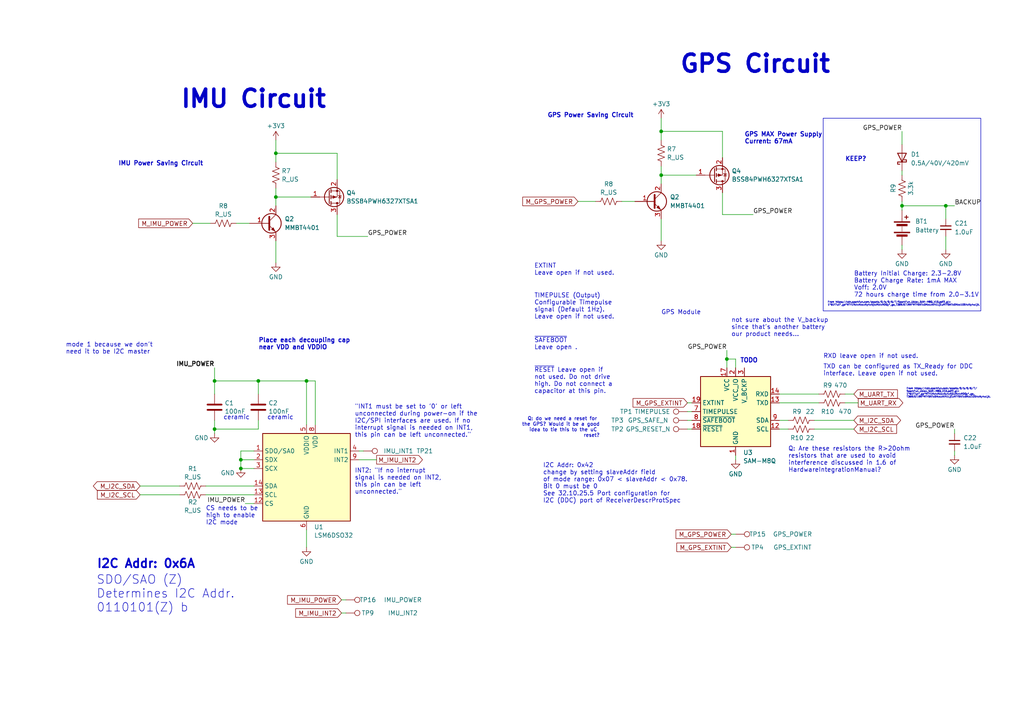
<source format=kicad_sch>
(kicad_sch (version 20230121) (generator eeschema)
  (paper "A4")
  (title_block (title "BoardLock Schematic") (rev "Rev1") (company "Schetmatic"))
  (lib_symbols
    (symbol "Connector:TestPoint" (pin_numbers hide) (pin_names (offset 0.762) hide)
      (property "Reference" "TP" (at 0 6.858 0))
      (property "Value" "TestPoint" (at 0 5.08 0))
      (symbol "TestPoint_0_1"
        (circle (center 0 3.302) (radius 0.762))
      )
      (symbol "TestPoint_1_1"
        (pin passive line (at 0 0 90) (length 2.54) (name "1") (number "1"))
      )
    )
    (symbol "Device:Battery" (pin_numbers hide) (pin_names (offset 0) hide)
      (property "Reference" "BT" (at 2.54 2.54 0))
      (property "Value" "Battery" (at 2.54 0 0))
      (symbol "Battery_0_1"
        (rectangle (start -2.286 -1.27) (end 2.286 -1.524) (fill (type outline)))
        (rectangle (start -2.286 1.778) (end 2.286 1.524) (fill (type outline)))
        (rectangle (start -1.524 -2.032) (end 1.524 -2.54) (fill (type outline)))
        (rectangle (start -1.524 1.016) (end 1.524 0.508) (fill (type outline)))
        (polyline (pts (xy 0 -1.016) (xy 0 -0.762)))
        (polyline (pts (xy 0 -0.508) (xy 0 -0.254)))
        (polyline (pts (xy 0 0) (xy 0 0.254)))
        (polyline (pts (xy 0 1.778) (xy 0 2.54)))
        (polyline (pts (xy 0.762 3.048) (xy 1.778 3.048)) (stroke (width 0.254)))
        (polyline (pts (xy 1.27 3.556) (xy 1.27 2.54)) (stroke (width 0.254)))
      )
      (symbol "Battery_1_1"
        (pin passive line (at 0 5.08 270) (length 2.54) (name "+") (number "1"))
        (pin passive line (at 0 -5.08 90) (length 2.54) (name "-") (number "2"))
      )
    )
    (symbol "Device:C" (pin_numbers hide) (pin_names (offset 0.254))
      (property "Reference" "C" (at 0.635 2.54 0))
      (property "Value" "C" (at 0.635 -2.54 0))
      (symbol "C_0_1"
        (polyline (pts (xy -2.032 -0.762) (xy 2.032 -0.762)) (stroke (width 0.508)))
        (polyline (pts (xy -2.032 0.762) (xy 2.032 0.762)) (stroke (width 0.508)))
      )
      (symbol "C_1_1"
        (pin passive line (at 0 3.81 270) (length 2.794) (name "~") (number "1"))
        (pin passive line (at 0 -3.81 90) (length 2.794) (name "~") (number "2"))
      )
    )
    (symbol "Device:C_Small" (pin_numbers hide) (pin_names (offset 0.254) hide)
      (property "Reference" "C" (at 0.254 1.778 0))
      (property "Value" "C_Small" (at 0.254 -2.032 0))
      (symbol "C_Small_0_1"
        (polyline (pts (xy -1.524 -0.508) (xy 1.524 -0.508)) (stroke (width 0.3302)))
        (polyline (pts (xy -1.524 0.508) (xy 1.524 0.508)) (stroke (width 0.3048)))
      )
      (symbol "C_Small_1_1"
        (pin passive line (at 0 2.54 270) (length 2.032) (name "~") (number "1"))
        (pin passive line (at 0 -2.54 90) (length 2.032) (name "~") (number "2"))
      )
    )
    (symbol "Device:D_Schottky" (pin_numbers hide) (pin_names (offset 1.016) hide)
      (property "Reference" "D" (at 0 2.54 0))
      (property "Value" "D_Schottky" (at 0 -2.54 0))
      (symbol "D_Schottky_0_1"
        (polyline (pts (xy 1.27 0) (xy -1.27 0)))
        (polyline (pts (xy 1.27 1.27) (xy 1.27 -1.27) (xy -1.27 0) (xy 1.27 1.27)) (stroke (width 0.254)))
        (polyline (pts (xy -1.905 0.635) (xy -1.905 1.27) (xy -1.27 1.27) (xy -1.27 -1.27) (xy -0.635 -1.27) (xy -0.635 -0.635)) (stroke (width 0.254)))
      )
      (symbol "D_Schottky_1_1"
        (pin passive line (at -3.81 0 0) (length 2.54) (name "K") (number "1"))
        (pin passive line (at 3.81 0 180) (length 2.54) (name "A") (number "2"))
      )
    )
    (symbol "Device:Q_NPN_BCE" (pin_names (offset 0) hide)
      (property "Reference" "Q" (at 5.08 1.27 0))
      (property "Value" "Q_NPN_BCE" (at 5.08 -1.27 0))
      (symbol "Q_NPN_BCE_0_1"
        (polyline (pts (xy 0.635 0.635) (xy 2.54 2.54)))
        (polyline (pts (xy 0.635 -0.635) (xy 2.54 -2.54) (xy 2.54 -2.54)))
        (polyline (pts (xy 0.635 1.905) (xy 0.635 -1.905) (xy 0.635 -1.905)) (stroke (width 0.508)))
        (polyline (pts (xy 1.27 -1.778) (xy 1.778 -1.27) (xy 2.286 -2.286) (xy 1.27 -1.778) (xy 1.27 -1.778)) (fill (type outline)))
        (circle (center 1.27 0) (radius 2.8194) (stroke (width 0.254)))
      )
      (symbol "Q_NPN_BCE_1_1"
        (pin input line (at -5.08 0 0) (length 5.715) (name "B") (number "1"))
        (pin passive line (at 2.54 5.08 270) (length 2.54) (name "C") (number "2"))
        (pin passive line (at 2.54 -5.08 90) (length 2.54) (name "E") (number "3"))
      )
    )
    (symbol "Device:Q_PMOS_GSD" (pin_names (offset 0) hide)
      (property "Reference" "Q" (at 5.08 1.27 0))
      (property "Value" "Q_PMOS_GSD" (at 5.08 -1.27 0))
      (symbol "Q_PMOS_GSD_0_1"
        (polyline (pts (xy 0.254 0) (xy -2.54 0)))
        (polyline (pts (xy 0.254 1.905) (xy 0.254 -1.905)) (stroke (width 0.254)))
        (polyline (pts (xy 0.762 -1.27) (xy 0.762 -2.286)) (stroke (width 0.254)))
        (polyline (pts (xy 0.762 0.508) (xy 0.762 -0.508)) (stroke (width 0.254)))
        (polyline (pts (xy 0.762 2.286) (xy 0.762 1.27)) (stroke (width 0.254)))
        (polyline (pts (xy 2.54 2.54) (xy 2.54 1.778)))
        (polyline (pts (xy 2.54 -2.54) (xy 2.54 0) (xy 0.762 0)))
        (polyline (pts (xy 0.762 1.778) (xy 3.302 1.778) (xy 3.302 -1.778) (xy 0.762 -1.778)))
        (polyline (pts (xy 2.286 0) (xy 1.27 0.381) (xy 1.27 -0.381) (xy 2.286 0)) (fill (type outline)))
        (polyline (pts (xy 2.794 -0.508) (xy 2.921 -0.381) (xy 3.683 -0.381) (xy 3.81 -0.254)))
        (polyline (pts (xy 3.302 -0.381) (xy 2.921 0.254) (xy 3.683 0.254) (xy 3.302 -0.381)))
        (circle (center 1.651 0) (radius 2.794) (stroke (width 0.254)))
        (circle (center 2.54 -1.778) (radius 0.254) (fill (type outline)))
        (circle (center 2.54 1.778) (radius 0.254) (fill (type outline)))
      )
      (symbol "Q_PMOS_GSD_1_1"
        (pin input line (at -5.08 0 0) (length 2.54) (name "G") (number "1"))
        (pin passive line (at 2.54 -5.08 90) (length 2.54) (name "S") (number "2"))
        (pin passive line (at 2.54 5.08 270) (length 2.54) (name "D") (number "3"))
      )
    )
    (symbol "Device:R_US" (pin_numbers hide) (pin_names (offset 0))
      (property "Reference" "R" (at 2.54 0 90))
      (property "Value" "R_US" (at -2.54 0 90))
      (symbol "R_US_0_1"
        (polyline (pts (xy 0 -2.286) (xy 0 -2.54)))
        (polyline (pts (xy 0 2.286) (xy 0 2.54)))
        (polyline (pts (xy 0 -0.762) (xy 1.016 -1.143) (xy 0 -1.524) (xy -1.016 -1.905) (xy 0 -2.286)))
        (polyline (pts (xy 0 0.762) (xy 1.016 0.381) (xy 0 0) (xy -1.016 -0.381) (xy 0 -0.762)))
        (polyline (pts (xy 0 2.286) (xy 1.016 1.905) (xy 0 1.524) (xy -1.016 1.143) (xy 0 0.762)))
      )
      (symbol "R_US_1_1"
        (pin passive line (at 0 3.81 270) (length 1.27) (name "~") (number "1"))
        (pin passive line (at 0 -3.81 90) (length 1.27) (name "~") (number "2"))
      )
    )
    (symbol "RF_GPS:SAM-M8Q"
      (property "Reference" "U" (at -8.89 11.43 0))
      (property "Value" "SAM-M8Q" (at 8.89 11.43 0))
      (symbol "SAM-M8Q_0_1"
        (rectangle (start -10.16 10.16) (end 10.16 -10.16) (stroke (width 0.254)) (fill (type background)))
      )
      (symbol "SAM-M8Q_1_1"
        (pin power_in line (at 0 -12.7 90) (length 2.54) (name "GND") (number "1"))
        (pin passive line (at 0 -12.7 90) (length 2.54) hide (name "GND") (number "10"))
        (pin passive line (at 0 -12.7 90) (length 2.54) hide (name "GND") (number "11"))
        (pin input line (at 12.7 -5.08 180) (length 2.54) (name "SCL") (number "12"))
        (pin output line (at 12.7 2.54 180) (length 2.54) (name "TXD") (number "13"))
        (pin input line (at 12.7 5.08 180) (length 2.54) (name "RXD") (number "14"))
        (pin passive line (at 0 -12.7 90) (length 2.54) hide (name "GND") (number "15"))
        (pin passive line (at 0 -12.7 90) (length 2.54) hide (name "GND") (number "16"))
        (pin power_in line (at -2.54 12.7 270) (length 2.54) (name "VCC") (number "17"))
        (pin input line (at -12.7 -5.08 0) (length 2.54) (name "~{RESET}") (number "18"))
        (pin input line (at -12.7 2.54 0) (length 2.54) (name "EXTINT") (number "19"))
        (pin power_in line (at 0 12.7 270) (length 2.54) (name "VCC_IO") (number "2"))
        (pin passive line (at 0 -12.7 90) (length 2.54) hide (name "GND") (number "20"))
        (pin power_in line (at 2.54 12.7 270) (length 2.54) (name "V_BCKP") (number "3"))
        (pin passive line (at 0 -12.7 90) (length 2.54) hide (name "GND") (number "4"))
        (pin passive line (at 0 -12.7 90) (length 2.54) hide (name "GND") (number "5"))
        (pin passive line (at 0 -12.7 90) (length 2.54) hide (name "GND") (number "6"))
        (pin output line (at -12.7 0 0) (length 2.54) (name "TIMEPULSE") (number "7"))
        (pin input line (at -12.7 -2.54 0) (length 2.54) (name "~{SAFEBOOT}") (number "8"))
        (pin bidirectional line (at 12.7 -2.54 180) (length 2.54) (name "SDA") (number "9"))
      )
    )
    (symbol "Sensor_Motion:LSM6DS3"
      (property "Reference" "U" (at -11.43 15.24 0))
      (property "Value" "LSM6DS3" (at -11.43 12.7 0))
      (symbol "LSM6DS3_0_1"
        (rectangle (start -12.7 12.7) (end 12.7 -12.7) (stroke (width 0.254)) (fill (type background)))
      )
      (symbol "LSM6DS3_1_1"
        (pin bidirectional line (at -15.24 7.62 0) (length 2.54) (name "SDO/SA0") (number "1"))
        (pin no_connect line (at 12.7 -5.08 180) (length 3.81) hide (name "NC") (number "10"))
        (pin no_connect line (at 12.7 -2.54 180) (length 3.81) hide (name "NC") (number "11"))
        (pin input line (at -15.24 -7.62 0) (length 2.54) (name "CS") (number "12"))
        (pin input line (at -15.24 -5.08 0) (length 2.54) (name "SCL") (number "13"))
        (pin bidirectional line (at -15.24 -2.54 0) (length 2.54) (name "SDA") (number "14"))
        (pin bidirectional line (at -15.24 5.08 0) (length 2.54) (name "SDX") (number "2"))
        (pin input line (at -15.24 2.54 0) (length 2.54) (name "SCX") (number "3"))
        (pin output line (at 15.24 7.62 180) (length 2.54) (name "INT1") (number "4"))
        (pin power_in line (at 0 15.24 270) (length 2.54) (name "VDDIO") (number "5"))
        (pin power_in line (at 0 -15.24 90) (length 2.54) (name "GND") (number "6"))
        (pin passive line (at 0 -15.24 90) (length 2.54) hide (name "GND") (number "7"))
        (pin power_in line (at 2.54 15.24 270) (length 2.54) (name "VDD") (number "8"))
        (pin output line (at 15.24 5.08 180) (length 2.54) (name "INT2") (number "9"))
      )
    )
    (symbol "power:+3V3" (power) (pin_names (offset 0))
      (property "Value" "+3V3" (at 0 3.556 0))
      (symbol "+3V3_0_1"
        (polyline (pts (xy -0.762 1.27) (xy 0 2.54)))
        (polyline (pts (xy 0 0) (xy 0 2.54)))
        (polyline (pts (xy 0 2.54) (xy 0.762 1.27)))
      )
      (symbol "+3V3_1_1"
        (pin power_in line (at 0 0 90) (length 0) hide (name "+3V3") (number "1"))
      )
    )
    (symbol "power:GND" (power) (pin_names (offset 0))
      (property "Value" "GND" (at 0 -3.81 0))
      (symbol "GND_0_1"
        (polyline (pts (xy 0 0) (xy 0 -1.27) (xy 1.27 -1.27) (xy 0 -2.54) (xy -1.27 -1.27) (xy 0 -1.27)))
      )
      (symbol "GND_1_1"
        (pin power_in line (at 0 0 270) (length 0) hide (name "GND") (number "1"))
      )
    )
  )
  (junction (at 80.01 44.45))
  (junction (at 74.93 110.49))
  (junction (at 88.9 110.49))
  (junction (at 62.23 110.49))
  (junction (at 191.77 50.8))
  (junction (at 210.82 104.14))
  (junction (at 69.85 133.35))
  (junction (at 191.77 38.1))
  (junction (at 69.85 135.89))
  (junction (at 274.32 59.69))
  (junction (at 80.01 57.15))
  (junction (at 261.62 59.69))
  (junction (at 62.23 124.46))
  (wire (pts (xy 199.39 116.84) (xy 200.66 116.84)))
  (wire (pts (xy 261.62 58.42) (xy 261.62 59.69)))
  (wire (pts (xy 210.82 101.6) (xy 210.82 104.14)))
  (wire (pts (xy 191.77 40.64) (xy 191.77 38.1)))
  (wire (pts (xy 226.06 124.46) (xy 228.6 124.46)))
  (wire (pts (xy 199.39 124.46) (xy 200.66 124.46)))
  (wire (pts (xy 80.01 54.61) (xy 80.01 57.15)))
  (wire (pts (xy 261.62 59.69) (xy 274.32 59.69)))
  (wire (pts (xy 62.23 110.49) (xy 74.93 110.49)))
  (wire (pts (xy 59.69 140.97) (xy 73.66 140.97)))
  (wire (pts (xy 245.11 114.3) (xy 247.65 114.3)))
  (wire (pts (xy 97.79 44.45) (xy 97.79 52.07)))
  (wire (pts (xy 210.82 104.14) (xy 213.36 104.14)))
  (wire (pts (xy 226.06 121.92) (xy 228.6 121.92)))
  (wire (pts (xy 69.85 133.35) (xy 69.85 135.89)))
  (wire (pts (xy 236.22 124.46) (xy 247.65 124.46)))
  (wire (pts (xy 213.36 104.14) (xy 213.36 106.68)))
  (wire (pts (xy 62.23 124.46) (xy 62.23 125.73)))
  (wire (pts (xy 209.55 38.1) (xy 209.55 45.72)))
  (wire (pts (xy 40.64 143.51) (xy 52.07 143.51)))
  (wire (pts (xy 88.9 110.49) (xy 91.44 110.49)))
  (wire (pts (xy 99.06 173.99) (xy 100.33 173.99)))
  (wire (pts (xy 191.77 34.29) (xy 191.77 38.1)))
  (wire (pts (xy 209.55 55.88) (xy 209.55 62.23)))
  (wire (pts (xy 80.01 40.64) (xy 80.01 44.45)))
  (wire (pts (xy 274.32 59.69) (xy 276.86 59.69)))
  (wire (pts (xy 71.12 146.05) (xy 73.66 146.05)))
  (wire (pts (xy 261.62 71.12) (xy 261.62 72.39)))
  (wire (pts (xy 276.86 130.81) (xy 276.86 132.08)))
  (wire (pts (xy 212.09 154.94) (xy 213.36 154.94)))
  (wire (pts (xy 180.34 58.42) (xy 184.15 58.42)))
  (wire (pts (xy 276.86 124.46) (xy 276.86 125.73)))
  (wire (pts (xy 74.93 114.3) (xy 74.93 110.49)))
  (wire (pts (xy 74.93 121.92) (xy 74.93 124.46)))
  (wire (pts (xy 209.55 62.23) (xy 218.44 62.23)))
  (wire (pts (xy 191.77 63.5) (xy 191.77 69.85)))
  (wire (pts (xy 80.01 57.15) (xy 80.01 59.69)))
  (wire (pts (xy 88.9 153.67) (xy 88.9 158.75)))
  (wire (pts (xy 261.62 38.1) (xy 261.62 41.91)))
  (wire (pts (xy 167.64 58.42) (xy 172.72 58.42)))
  (wire (pts (xy 73.66 130.81) (xy 69.85 130.81)))
  (wire (pts (xy 68.58 64.77) (xy 72.39 64.77)))
  (wire (pts (xy 62.23 124.46) (xy 74.93 124.46)))
  (wire (pts (xy 226.06 116.84) (xy 237.49 116.84)))
  (wire (pts (xy 80.01 46.99) (xy 80.01 44.45)))
  (wire (pts (xy 245.11 116.84) (xy 248.92 116.84)))
  (wire (pts (xy 69.85 135.89) (xy 73.66 135.89)))
  (wire (pts (xy 40.64 140.97) (xy 52.07 140.97)))
  (wire (pts (xy 80.01 69.85) (xy 80.01 76.2)))
  (wire (pts (xy 274.32 68.58) (xy 274.32 72.39)))
  (wire (pts (xy 104.14 133.35) (xy 109.22 133.35)))
  (wire (pts (xy 80.01 44.45) (xy 97.79 44.45)))
  (wire (pts (xy 69.85 130.81) (xy 69.85 133.35)))
  (wire (pts (xy 191.77 48.26) (xy 191.77 50.8)))
  (wire (pts (xy 97.79 62.23) (xy 97.79 68.58)))
  (wire (pts (xy 213.36 132.08) (xy 213.36 133.35)))
  (wire (pts (xy 90.17 57.15) (xy 80.01 57.15)))
  (wire (pts (xy 99.06 177.8) (xy 100.33 177.8)))
  (wire (pts (xy 88.9 110.49) (xy 88.9 123.19)))
  (wire (pts (xy 62.23 121.92) (xy 62.23 124.46)))
  (wire (pts (xy 210.82 104.14) (xy 210.82 106.68)))
  (wire (pts (xy 191.77 38.1) (xy 209.55 38.1)))
  (wire (pts (xy 212.09 158.75) (xy 213.36 158.75)))
  (wire (pts (xy 91.44 110.49) (xy 91.44 123.19)))
  (wire (pts (xy 261.62 49.53) (xy 261.62 50.8)))
  (wire (pts (xy 199.39 119.38) (xy 200.66 119.38)))
  (wire (pts (xy 191.77 50.8) (xy 191.77 53.34)))
  (wire (pts (xy 261.62 59.69) (xy 261.62 60.96)))
  (wire (pts (xy 59.69 143.51) (xy 73.66 143.51)))
  (wire (pts (xy 226.06 114.3) (xy 237.49 114.3)))
  (wire (pts (xy 104.14 130.81) (xy 105.41 130.81)))
  (wire (pts (xy 55.88 64.77) (xy 60.96 64.77)))
  (wire (pts (xy 74.93 110.49) (xy 88.9 110.49)))
  (wire (pts (xy 274.32 59.69) (xy 274.32 63.5)))
  (wire (pts (xy 62.23 106.68) (xy 62.23 110.49)))
  (wire (pts (xy 199.39 121.92) (xy 200.66 121.92)))
  (wire (pts (xy 73.66 133.35) (xy 69.85 133.35)))
  (wire (pts (xy 97.79 68.58) (xy 106.68 68.58)))
  (wire (pts (xy 236.22 121.92) (xy 247.65 121.92)))
  (wire (pts (xy 62.23 110.49) (xy 62.23 114.3)))
  (wire (pts (xy 201.93 50.8) (xy 191.77 50.8)))
  (rectangle (start 238.76 34.29) (end 284.48 90.17))
  (text "TIMEPULSE (Output)\nConfigurable Timepulse\nsignal (Default 1Hz).\nLeave open if not used." (at 154.94 92.71 0) (effects (font (size 1.27 1.27)) (justify left bottom)))
  (text "ceramic" (at 64.77 121.92 0) (effects (font (size 1.27 1.27)) (justify left bottom)))
  (text "IMU Power Saving Circuit" (at 34.29 48.26 0) (effects (font (size 1.27 1.27) bold) (justify left bottom)))
  (text "~{SAFEBOOT}\nLeave open ." (at 154.94 101.6 0) (effects (font (size 1.27 1.27)) (justify left bottom)))
  (text "GPS MAX Power Supply\nCurrent: 67mA" (at 215.9 41.91 0) (effects (font (size 1.27 1.27) bold) (justify left bottom)))
  (text "GPS Power Saving Circuit" (at 158.75 34.29 0) (effects (font (size 1.27 1.27) bold) (justify left bottom)))
  (text "Q: do we need a reset for \nthe GPS? Would it be a good\nidea to tie this to the uC \nreset?" (at 173.99 127 0) (effects (font (size 1 1)) (justify right bottom)))
  (text "I2C Addr: 0x6A" (at 27.94 165.1 0) (effects (font (size 2.5 2.5) (thickness 0.5) bold) (justify left bottom)))
  (text "From https://cdn.sparkfun.com/assets/0/b/0/6/7/\nSparkFun_Ublox_SAM-M8Q_V10.pdf?_gl=\n1*61f7uk*_ga*MTY1MzIxMzcxNy4xNjkzMzIxMDQy*_ga_\nT369JS7J9N*MTY5NTc0MzczNi41LjEuMTY5NTc0Mzc1OS4zNy4wLjA." (at 262.89 115.57 0) (effects (font (size 0.5 0.5)) (justify left bottom)))
  (text "GPS Module" (at 191.77 91.44 0) (effects (font (size 1.27 1.27)) (justify left bottom)))
  (text "Q: Are these resistors the R>20ohm \nresistors that are used to avoid \ninterference discussed in 1.6 of \nHardwareIntegrationManual?" (at 228.6 137.16 0) (effects (font (size 1.27 1.27)) (justify left bottom)))
  (text "GPS Circuit" (at 196.85 21.59 0) (effects (font (size 5 5) (thickness 1) bold) (justify left bottom)))
  (text "I2C Addr: 0x42\nchange by setting slaveAddr field \nof mode range: 0x07 < slaveAddr < 0x78. \nBit 0 must be 0\nSee 32.10.25.5 Port configuration for \nI2C (DDC) port of ReceiverDescrProtSpec" (at 157.48 146.05 0) (effects (font (size 1.27 1.27)) (justify left bottom)))
  (text "~{RESET} Leave open if\nnot used. Do not drive\nhigh. Do not connect a\ncapacitor at this pin." (at 154.94 114.3 0) (effects (font (size 1.27 1.27)) (justify left bottom)))
  (text "IMU Circuit" (at 52.07 31.75 0) (effects (font (size 5 5) (thickness 1) bold) (justify left bottom)))
  (text "Place each decoupling cap\nnear VDD and VDDIO" (at 74.93 101.6 0) (effects (font (size 1.27 1.27) bold) (justify left bottom)))
  (text "Battery Initial Charge: 2.3-2.8V\nBattery Charge Rate: 1mA MAX\nVoff: 2.0V\n72 hours charge time from 2.0-3.1V" (at 247.65 86.36 0) (effects (font (size 1.27 1.27)) (justify left bottom)))
  (text "KEEP?\n" (at 245.11 46.99 0) (effects (font (size 1.27 1.27) (thickness 0.254) bold) (justify left bottom)))
  (text "INT2: \"If no interrupt \nsignal is needed on INT2, \nthis pin can be left \nunconnected.\"" (at 102.87 143.51 0) (effects (font (size 1.27 1.27)) (justify left bottom)))
  (text "not sure about the V_backup \nsince that's another battery \nour product needs..." (at 212.09 97.79 0) (effects (font (size 1.27 1.27)) (justify left bottom)))
  (text "EXTINT\nLeave open if not used." (at 154.94 80.01 0) (effects (font (size 1.27 1.27)) (justify left bottom)))
  (text "SDO/SAO (Z) \nDetermines I2C Addr.\n0110101(Z) b\n" (at 27.94 177.8 0) (effects (font (size 2.5 2.5)) (justify left bottom)))
  (text "From https://cdn.sparkfun.com/assets/0/b/0/6/7/SparkFun_Ublox_SAM-M8Q_V10.pdf?_gl=\n1*61f7uk*_ga*MTY1MzIxMzcxNy4xNjkzMzIxMDQy*_ga_T369JS7J9N*MTY5NTc0MzczNi41LjEuMTY5NTc0Mzc1OS4zNy4wLjA." (at 240.03 88.9 0) (effects (font (size 0.5 0.5)) (justify left bottom)))
  (text "ceramic" (at 77.47 121.92 0) (effects (font (size 1.27 1.27)) (justify left bottom)))
  (text "mode 1 because we don't \nneed it to be I2C master" (at 19.05 102.87 0) (effects (font (size 1.27 1.27)) (justify left bottom)))
  (text "TODO\n" (at 214.63 105.41 0) (effects (font (size 1.27 1.27) (thickness 0.254) bold) (justify left bottom)))
  (text "TXD can be configured as TX_Ready for DDC \ninterface. Leave open if not used.\n" (at 238.76 109.22 0) (effects (font (size 1.27 1.27)) (justify left bottom)))
  (text "\"INT1 must be set to '0' or left \nunconnected during power-on if the \nI2C/SPI interfaces are used. If no \ninterrupt signal is needed on INT1, \nthis pin can be left unconnected.\"" (at 102.87 127 0) (effects (font (size 1.27 1.27)) (justify left bottom)))
  (text "RXD leave open if not used." (at 238.76 104.14 0) (effects (font (size 1.27 1.27)) (justify left bottom)))
  (text "CS needs to be \nhigh to enable \nI2C mode" (at 59.69 152.4 0) (effects (font (size 1.27 1.27)) (justify left bottom)))
  (label "BACKUP" (at 276.86 59.69 0))
  (label "GPS_POWER" (at 276.86 124.46 180))
  (label "IMU_POWER" (at 71.12 146.05 180))
  (label "GPS_POWER" (at 106.68 68.58 0))
  (label "GPS_POWER" (at 261.62 38.1 180))
  (label "IMU_POWER" (at 62.23 106.68 180) (effects (font bold)))
  (label "GPS_POWER" (at 218.44 62.23 0))
  (label "GPS_POWER" (at 210.82 101.6 180))
  (global_label "M_UART_TX" (shape input) (at 247.65 114.3 0) (property "Intersheetrefs" "${INTERSHEET_REFS}" (effects hide)))
  (global_label "M_IMU_INT2" (shape output) (at 109.22 133.35 0) (property "Intersheetrefs" "${INTERSHEET_REFS}" (effects hide)))
  (global_label "M_I2C_SCL" (shape input) (at 40.64 143.51 180) (property "Intersheetrefs" "${INTERSHEET_REFS}" (effects hide)))
  (global_label "M_GPS_POWER" (shape input) (at 212.09 154.94 180) (property "Intersheetrefs" "${INTERSHEET_REFS}" (effects hide)))
  (global_label "M_IMU_POWER" (shape input) (at 99.06 173.99 180) (property "Intersheetrefs" "${INTERSHEET_REFS}" (effects hide)))
  (global_label "M_IMU_INT2" (shape input) (at 99.06 177.8 180) (property "Intersheetrefs" "${INTERSHEET_REFS}" (effects hide)))
  (global_label "M_I2C_SDA" (shape bidirectional) (at 247.65 121.92 0) (property "Intersheetrefs" "${INTERSHEET_REFS}" (effects hide)))
  (global_label "M_I2C_SDA" (shape bidirectional) (at 40.64 140.97 180) (property "Intersheetrefs" "${INTERSHEET_REFS}" (effects hide)))
  (global_label "M_GPS_EXTINT" (shape input) (at 199.39 116.84 180) (property "Intersheetrefs" "${INTERSHEET_REFS}" (effects hide)))
  (global_label "M_GPS_EXTINT" (shape input) (at 212.09 158.75 180) (property "Intersheetrefs" "${INTERSHEET_REFS}" (effects hide)))
  (global_label "M_UART_RX" (shape output) (at 248.92 116.84 0) (property "Intersheetrefs" "${INTERSHEET_REFS}" (effects hide)))
  (global_label "M_GPS_POWER" (shape input) (at 167.64 58.42 180) (property "Intersheetrefs" "${INTERSHEET_REFS}" (effects hide)))
  (global_label "M_I2C_SCL" (shape input) (at 247.65 124.46 0) (property "Intersheetrefs" "${INTERSHEET_REFS}" (effects hide)))
  (global_label "M_IMU_POWER" (shape input) (at 55.88 64.77 180) (property "Intersheetrefs" "${INTERSHEET_REFS}" (effects hide)))
  (symbol (lib_id "Device:C_Small") (at 276.86 128.27 0) (unit 1)
    (property "Reference" "C22" (at 279.4 127.0063 0) (effects (justify left)))
    (property "Value" "1.0uF" (at 279.4 129.5463 0) (effects (justify left)))
  )
  (symbol (lib_id "Connector:TestPoint") (at 199.39 121.92 90) (unit 1)
    (property "Reference" "TP3" (at 179.07 121.92 90))
    (property "Value" "GPS_SAFE_N" (at 187.96 121.92 90))
  )
  (symbol (lib_id "Connector:TestPoint") (at 213.36 154.94 270) (unit 1)
    (property "Reference" "TP15" (at 219.71 154.94 90))
    (property "Value" "GPS_POWER" (at 229.87 154.94 90))
    (instances (project "boardlock" (path "" (reference "TP15") (unit 1)) (path "" (reference "TP4") (unit 1))))
  )
  (symbol (lib_id "Connector:TestPoint") (at 199.39 119.38 90) (unit 1)
    (property "Reference" "TP1" (at 181.61 119.38 90))
    (property "Value" "TIMEPULSE" (at 189.23 119.38 90))
  )
  (symbol (lib_id "power:GND") (at 191.77 69.85 0) (unit 1)
    (property "Reference" "#PWR010" (effects hide))
    (property "Value" "GND" (at 191.77 73.9831 0))
    (instances (project "boardlock" (path "" (reference "#PWR010") (unit 1))) (project "boardlock" (path "" (reference "#PWR011") (unit 1))))
  )
  (symbol (lib_id "power:GND") (at 69.85 135.89 0) (unit 1)
    (property "Reference" "#PWR03" (effects hide))
    (property "Value" "GND" (at 66.04 137.16 0))
    (instances (project "boardlock" (path "" (reference "#PWR03") (unit 1)) (path "" (reference "#PWR03") (unit 1))) (project "boardlock" (path "" (reference "#PWR07") (unit 1))))
  )
  (symbol (lib_id "Connector:TestPoint") (at 199.39 124.46 90) (unit 1)
    (property "Reference" "TP2" (at 179.07 124.46 90))
    (property "Value" "GPS_RESET_N" (at 187.96 124.46 90))
  )
  (symbol (lib_id "Connector:TestPoint") (at 105.41 130.81 270) (unit 1)
    (property "Reference" "TP21" (at 123.19 130.81 90))
    (property "Value" "IMU_INT1" (at 115.57 130.81 90))
  )
  (symbol (lib_id "Connector:TestPoint") (at 213.36 158.75 270) (unit 1)
    (property "Reference" "TP4" (at 219.71 158.75 90))
    (property "Value" "GPS_EXTINT" (at 229.87 158.75 90))
  )
  (symbol (lib_id "Device:Q_NPN_BCE") (at 77.47 64.77 0) (unit 1)
    (property "Reference" "Q2" (at 82.55 63.5 0) (effects (justify left)))
    (property "Value" "MMBT4401" (at 82.55 66.04 0) (effects (justify left)))
  )
  (symbol (lib_id "Device:R_US") (at 241.3 116.84 270) (unit 1)
    (property "Reference" "R10" (at 240.03 119.38 90))
    (property "Value" "470" (at 245.11 119.38 90))
    (instances (project "boardlock" (path "" (reference "R10") (unit 1))) (project "boardlock" (path "" (reference "R15") (unit 1))))
  )
  (symbol (lib_id "Device:R_US") (at 191.77 44.45 0) (unit 1)
    (property "Reference" "R7" (at 193.421 43.2379 0) (effects (justify left)))
    (property "Value" "R_US" (at 193.421 45.6621 0) (effects (justify left)))
    (instances (project "boardlock" (path "" (reference "R7") (unit 1))) (project "boardlock" (path "" (reference "R6") (unit 1))))
  )
  (symbol (lib_id "Sensor_Motion:LSM6DS3") (at 88.9 138.43 0) (unit 1)
    (property "Reference" "U1" (at 91.0941 152.8501 0) (effects (justify left)))
    (property "Value" "LSM6DSO32" (at 91.0941 155.2743 0) (effects (justify left)))
    (property "Footprint" "Package_LGA:LGA-14_3x2.5mm_P0.5mm_LayoutBorder3x4y" (effects hide))
    (property "Datasheet" "https://www.st.com/resource/en/datasheet/lsm6dso32.pdf" (effects hide))
    (instances (project "boardlock" (path "" (reference "U1") (unit 1)) (path "" (reference "U1") (unit 1)) (path "" (reference "U1") (unit 1))) (project "boardlock" (path "" (reference "U2") (unit 1))))
  )
  (symbol (lib_id "power:GND") (at 80.01 76.2 0) (unit 1)
    (property "Reference" "#PWR010" (effects hide))
    (property "Value" "GND" (at 80.01 80.3331 0))
    (instances (project "boardlock" (path "" (reference "#PWR010") (unit 1))) (project "boardlock" (path "" (reference "#PWR059") (unit 1))))
  )
  (symbol (lib_id "power:GND") (at 261.62 72.39 0) (unit 1)
    (property "Reference" "#PWR01" (effects hide))
    (property "Value" "GND" (at 261.62 76.5231 0))
    (instances (project "boardlock" (path "" (reference "#PWR01") (unit 1))) (project "boardlock" (path "" (reference "#PWR060") (unit 1))))
  )
  (symbol (lib_id "Connector:TestPoint") (at 100.33 173.99 270) (unit 1)
    (property "Reference" "TP16" (at 106.68 173.99 90))
    (property "Value" "IMU_POWER" (at 116.84 173.99 90))
    (instances (project "boardlock" (path "" (reference "TP16") (unit 1)) (path "" (reference "TP4") (unit 1))))
  )
  (symbol (lib_id "power:+3V3") (at 191.77 34.29 0) (unit 1)
    (property "Reference" "#PWR09" (effects hide))
    (property "Value" "+3V3" (at 191.77 30.1569 0))
    (instances (project "boardlock" (path "" (reference "#PWR09") (unit 1))) (project "boardlock" (path "" (reference "#PWR010") (unit 1))))
  )
  (symbol (lib_id "Device:Q_PMOS_GSD") (at 207.01 50.8 0) (mirror x) (unit 1)
    (property "Reference" "Q4" (at 212.217 49.5879 0) (effects (justify left)))
    (property "Value" "BSS84PWH6327XTSA1" (at 212.217 52.0121 0) (effects (justify left)))
    (property "Footprint" "Package_TO_SOT_SMD:SOT-323_SC-70_Handsoldering" (effects hide))
    (property "Datasheet" "https://www.infineon.com/dgdl/Infineon-BSS84PW-DS-v01_05-en.pdf?fileId=db3a3043321e49940132482056d32474" (effects hide))
  )
  (symbol (lib_id "Device:Battery") (at 261.62 66.04 0) (unit 1)
    (property "Reference" "BT1" (at 265.43 64.1985 0) (effects (justify left)))
    (property "Value" "Battery" (at 265.43 66.7385 0) (effects (justify left)))
  )
  (symbol (lib_id "power:GND") (at 276.86 132.08 0) (unit 1)
    (property "Reference" "#PWR01" (effects hide))
    (property "Value" "GND" (at 276.86 136.2131 0))
    (instances (project "boardlock" (path "" (reference "#PWR01") (unit 1))) (project "boardlock" (path "" (reference "#PWR062") (unit 1))))
  )
  (symbol (lib_id "power:GND") (at 274.32 72.39 0) (unit 1)
    (property "Reference" "#PWR01" (effects hide))
    (property "Value" "GND" (at 274.32 76.5231 0))
    (instances (project "boardlock" (path "" (reference "#PWR01") (unit 1))) (project "boardlock" (path "" (reference "#PWR061") (unit 1))))
  )
  (symbol (lib_id "Device:Q_PMOS_GSD") (at 95.25 57.15 0) (mirror x) (unit 1)
    (property "Reference" "Q4" (at 100.457 55.9379 0) (effects (justify left)))
    (property "Value" "BSS84PWH6327XTSA1" (at 100.457 58.3621 0) (effects (justify left)))
    (property "Footprint" "Package_TO_SOT_SMD:SOT-323_SC-70_Handsoldering" (effects hide))
    (property "Datasheet" "https://www.infineon.com/dgdl/Infineon-BSS84PW-DS-v01_05-en.pdf?fileId=db3a3043321e49940132482056d32474" (effects hide))
    (instances (project "boardlock" (path "" (reference "Q4") (unit 1)) (path "" (reference "Q4") (unit 1))) (project "boardlock" (path "" (reference "Q1") (unit 1))))
  )
  (symbol (lib_id "Connector:TestPoint") (at 100.33 177.8 270) (unit 1)
    (property "Reference" "TP9" (at 106.68 177.8 90))
    (property "Value" "IMU_INT2" (at 116.84 177.8 90))
    (instances (project "boardlock" (path "" (reference "TP9") (unit 1)) (path "" (reference "TP4") (unit 1))))
  )
  (symbol (lib_id "Device:R_US") (at 64.77 64.77 90) (unit 1)
    (property "Reference" "R8" (at 64.77 59.7367 90))
    (property "Value" "R_US" (at 64.77 62.1609 90))
    (instances (project "boardlock" (path "" (reference "R8") (unit 1))) (project "boardlock" (path "" (reference "R16") (unit 1))))
  )
  (symbol (lib_id "Device:R_US") (at 261.62 54.61 180) (unit 1)
    (property "Reference" "R9" (at 259.08 54.61 90))
    (property "Value" "3.3k" (at 264.16 54.61 90))
    (instances (project "boardlock" (path "" (reference "R9") (unit 1))) (project "boardlock" (path "" (reference "R17") (unit 1))))
  )
  (symbol (lib_id "power:GND") (at 88.9 158.75 0) (unit 1)
    (property "Reference" "#PWR02" (effects hide))
    (property "Value" "GND" (at 88.9 162.8831 0))
    (instances (project "boardlock" (path "" (reference "#PWR02") (unit 1)) (path "" (reference "#PWR02") (unit 1))) (project "boardlock" (path "" (reference "#PWR09") (unit 1))))
  )
  (symbol (lib_id "Device:Q_NPN_BCE") (at 189.23 58.42 0) (unit 1)
    (property "Reference" "Q2" (at 194.31 57.15 0) (effects (justify left)))
    (property "Value" "MMBT4401" (at 194.31 59.69 0) (effects (justify left)))
    (instances (project "boardlock" (path "" (reference "Q2") (unit 1))) (project "boardlock" (path "" (reference "Q3") (unit 1))))
  )
  (symbol (lib_id "Device:R_US") (at 176.53 58.42 90) (unit 1)
    (property "Reference" "R8" (at 176.53 53.3867 90))
    (property "Value" "R_US" (at 176.53 55.8109 90))
    (instances (project "boardlock" (path "" (reference "R8") (unit 1))) (project "boardlock" (path "" (reference "R5") (unit 1))))
  )
  (symbol (lib_id "Device:C") (at 74.93 118.11 0) (unit 1)
    (property "Reference" "C2" (at 77.851 116.8979 0) (effects (justify left)))
    (property "Value" "100nF" (at 77.851 119.3221 0) (effects (justify left)))
    (instances (project "boardlock" (path "" (reference "C2") (unit 1)) (path "" (reference "C2") (unit 1))) (project "boardlock" (path "" (reference "C4") (unit 1))))
  )
  (symbol (lib_id "Device:D_Schottky") (at 261.62 45.72 90) (unit 1)
    (property "Reference" "D1" (at 264.16 44.7675 90) (effects (justify right)))
    (property "Value" "0.5A/40V/420mV" (at 264.16 47.3075 90) (effects (justify right)))
  )
  (symbol (lib_id "power:GND") (at 213.36 133.35 0) (unit 1)
    (property "Reference" "#PWR01" (effects hide))
    (property "Value" "GND" (at 213.36 137.4831 0))
    (instances (project "boardlock" (path "" (reference "#PWR01") (unit 1))) (project "boardlock" (path "" (reference "#PWR012") (unit 1))))
  )
  (symbol (lib_id "Device:C") (at 62.23 118.11 0) (unit 1)
    (property "Reference" "C1" (at 65.151 116.8979 0) (effects (justify left)))
    (property "Value" "100nF" (at 65.151 119.3221 0) (effects (justify left)))
    (instances (project "boardlock" (path "" (reference "C1") (unit 1)) (path "" (reference "C1") (unit 1))) (project "boardlock" (path "" (reference "C3") (unit 1))))
  )
  (symbol (lib_id "Device:C_Small") (at 274.32 66.04 0) (unit 1)
    (property "Reference" "C21" (at 276.86 64.7763 0) (effects (justify left)))
    (property "Value" "1.0uF" (at 276.86 67.3163 0) (effects (justify left)))
  )
  (symbol (lib_id "Device:R_US") (at 232.41 121.92 270) (unit 1)
    (property "Reference" "R9" (at 231.14 119.38 90))
    (property "Value" "22" (at 234.95 119.38 90))
    (instances (project "boardlock" (path "" (reference "R9") (unit 1))) (project "boardlock" (path "" (reference "R7") (unit 1))))
  )
  (symbol (lib_id "RF_GPS:SAM-M8Q") (at 213.36 119.38 0) (unit 1)
    (property "Reference" "U3" (at 215.5541 131.2601 0) (effects (justify left)))
    (property "Value" "SAM-M8Q" (at 215.5541 133.6843 0) (effects (justify left)))
    (property "Footprint" "RF_GPS:ublox_SAM-M8Q" (effects hide))
    (property "Datasheet" "https://www.u-blox.com/sites/default/files/SAM-M8Q_DataSheet_%28UBX-16012619%29.pdf" (effects hide))
  )
  (symbol (lib_id "Device:R_US") (at 55.88 140.97 90) (unit 1)
    (property "Reference" "R1" (at 55.88 135.9367 90))
    (property "Value" "R_US" (at 55.88 138.3609 90))
    (instances (project "boardlock" (path "" (reference "R1") (unit 1)) (path "" (reference "R1") (unit 1))) (project "boardlock" (path "" (reference "R2") (unit 1))))
  )
  (symbol (lib_id "Device:R_US") (at 55.88 143.51 90) (unit 1)
    (property "Reference" "R2" (at 55.88 144.8958 90) (effects (justify bottom)))
    (property "Value" "R_US" (at 55.88 147.32 90) (effects (justify bottom)))
    (instances (project "boardlock" (path "" (reference "R2") (unit 1)) (path "" (reference "R2") (unit 1))) (project "boardlock" (path "" (reference "R3") (unit 1))))
  )
  (symbol (lib_id "power:GND") (at 62.23 125.73 0) (unit 1)
    (property "Reference" "#PWR07" (effects hide))
    (property "Value" "GND" (at 58.42 127 0))
    (instances (project "boardlock" (path "" (reference "#PWR07") (unit 1)) (path "" (reference "#PWR07") (unit 1))) (project "boardlock" (path "" (reference "#PWR04") (unit 1))))
  )
  (symbol (lib_id "Device:R_US") (at 80.01 50.8 0) (unit 1)
    (property "Reference" "R7" (at 81.661 49.5879 0) (effects (justify left)))
    (property "Value" "R_US" (at 81.661 52.0121 0) (effects (justify left)))
    (instances (project "boardlock" (path "" (reference "R7") (unit 1))) (project "boardlock" (path "" (reference "R4") (unit 1))))
  )
  (symbol (lib_id "power:+3V3") (at 80.01 40.64 0) (unit 1)
    (property "Reference" "#PWR09" (effects hide))
    (property "Value" "+3V3" (at 80.01 36.5069 0))
    (instances (project "boardlock" (path "" (reference "#PWR09") (unit 1))) (project "boardlock" (path "" (reference "#PWR05") (unit 1))))
  )
  (symbol (lib_id "Device:R_US") (at 241.3 114.3 270) (unit 1)
    (property "Reference" "R9" (at 240.03 111.76 90))
    (property "Value" "470" (at 243.84 111.76 90))
    (instances (project "boardlock" (path "" (reference "R9") (unit 1))) (project "boardlock" (path "" (reference "R1") (unit 1))))
  )
  (symbol (lib_id "Device:R_US") (at 232.41 124.46 270) (unit 1)
    (property "Reference" "R10" (at 231.14 127 90))
    (property "Value" "22" (at 234.95 127 90))
    (instances (project "boardlock" (path "" (reference "R10") (unit 1))) (project "boardlock" (path "" (reference "R8") (unit 1))))
  )
)
</source>
